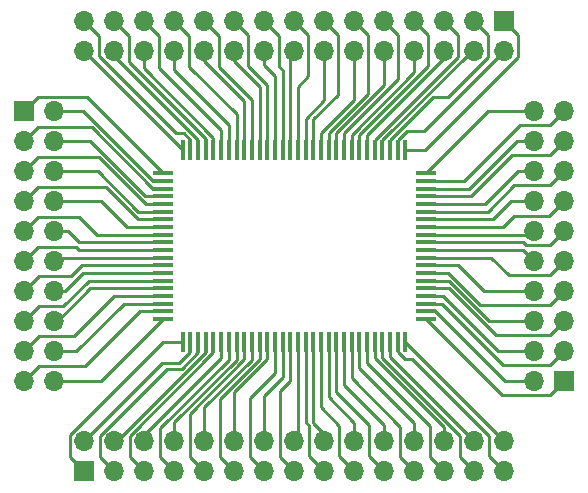
<source format=gbr>
%TF.GenerationSoftware,KiCad,Pcbnew,(6.0.11)*%
%TF.CreationDate,2024-01-13T12:12:07-05:00*%
%TF.ProjectId,PQFP-100-Adapter,50514650-2d31-4303-902d-416461707465,rev?*%
%TF.SameCoordinates,Original*%
%TF.FileFunction,Copper,L1,Top*%
%TF.FilePolarity,Positive*%
%FSLAX46Y46*%
G04 Gerber Fmt 4.6, Leading zero omitted, Abs format (unit mm)*
G04 Created by KiCad (PCBNEW (6.0.11)) date 2024-01-13 12:12:07*
%MOMM*%
%LPD*%
G01*
G04 APERTURE LIST*
G04 Aperture macros list*
%AMRoundRect*
0 Rectangle with rounded corners*
0 $1 Rounding radius*
0 $2 $3 $4 $5 $6 $7 $8 $9 X,Y pos of 4 corners*
0 Add a 4 corners polygon primitive as box body*
4,1,4,$2,$3,$4,$5,$6,$7,$8,$9,$2,$3,0*
0 Add four circle primitives for the rounded corners*
1,1,$1+$1,$2,$3*
1,1,$1+$1,$4,$5*
1,1,$1+$1,$6,$7*
1,1,$1+$1,$8,$9*
0 Add four rect primitives between the rounded corners*
20,1,$1+$1,$2,$3,$4,$5,0*
20,1,$1+$1,$4,$5,$6,$7,0*
20,1,$1+$1,$6,$7,$8,$9,0*
20,1,$1+$1,$8,$9,$2,$3,0*%
G04 Aperture macros list end*
%TA.AperFunction,ComponentPad*%
%ADD10R,1.700000X1.700000*%
%TD*%
%TA.AperFunction,ComponentPad*%
%ADD11O,1.700000X1.700000*%
%TD*%
%TA.AperFunction,SMDPad,CuDef*%
%ADD12RoundRect,0.100000X0.100000X-0.775000X0.100000X0.775000X-0.100000X0.775000X-0.100000X-0.775000X0*%
%TD*%
%TA.AperFunction,SMDPad,CuDef*%
%ADD13RoundRect,0.100000X0.775000X-0.100000X0.775000X0.100000X-0.775000X0.100000X-0.775000X-0.100000X0*%
%TD*%
%TA.AperFunction,Conductor*%
%ADD14C,0.250000*%
%TD*%
G04 APERTURE END LIST*
D10*
%TO.P,J3,1,Pin_1*%
%TO.N,Net-(J3-Pad1)*%
X170180000Y-78740000D03*
D11*
%TO.P,J3,2,Pin_2*%
%TO.N,Net-(J3-Pad2)*%
X170180000Y-81280000D03*
%TO.P,J3,3,Pin_3*%
%TO.N,Net-(J3-Pad3)*%
X167640000Y-78740000D03*
%TO.P,J3,4,Pin_4*%
%TO.N,Net-(J3-Pad4)*%
X167640000Y-81280000D03*
%TO.P,J3,5,Pin_5*%
%TO.N,Net-(J3-Pad5)*%
X165100000Y-78740000D03*
%TO.P,J3,6,Pin_6*%
%TO.N,Net-(J3-Pad6)*%
X165100000Y-81280000D03*
%TO.P,J3,7,Pin_7*%
%TO.N,Net-(J3-Pad7)*%
X162560000Y-78740000D03*
%TO.P,J3,8,Pin_8*%
%TO.N,Net-(J3-Pad8)*%
X162560000Y-81280000D03*
%TO.P,J3,9,Pin_9*%
%TO.N,Net-(J3-Pad9)*%
X160020000Y-78740000D03*
%TO.P,J3,10,Pin_10*%
%TO.N,Net-(J3-Pad10)*%
X160020000Y-81280000D03*
%TO.P,J3,11,Pin_11*%
%TO.N,Net-(J3-Pad11)*%
X157480000Y-78740000D03*
%TO.P,J3,12,Pin_12*%
%TO.N,Net-(J3-Pad12)*%
X157480000Y-81280000D03*
%TO.P,J3,13,Pin_13*%
%TO.N,Net-(J3-Pad13)*%
X154940000Y-78740000D03*
%TO.P,J3,14,Pin_14*%
%TO.N,Net-(J3-Pad14)*%
X154940000Y-81280000D03*
%TO.P,J3,15,Pin_15*%
%TO.N,Net-(J3-Pad15)*%
X152400000Y-78740000D03*
%TO.P,J3,16,Pin_16*%
%TO.N,Net-(J3-Pad16)*%
X152400000Y-81280000D03*
%TO.P,J3,17,Pin_17*%
%TO.N,Net-(J3-Pad17)*%
X149860000Y-78740000D03*
%TO.P,J3,18,Pin_18*%
%TO.N,Net-(J3-Pad18)*%
X149860000Y-81280000D03*
%TO.P,J3,19,Pin_19*%
%TO.N,Net-(J3-Pad19)*%
X147320000Y-78740000D03*
%TO.P,J3,20,Pin_20*%
%TO.N,Net-(J3-Pad20)*%
X147320000Y-81280000D03*
%TO.P,J3,21,Pin_21*%
%TO.N,Net-(J3-Pad21)*%
X144780000Y-78740000D03*
%TO.P,J3,22,Pin_22*%
%TO.N,Net-(J3-Pad22)*%
X144780000Y-81280000D03*
%TO.P,J3,23,Pin_23*%
%TO.N,Net-(J3-Pad23)*%
X142240000Y-78740000D03*
%TO.P,J3,24,Pin_24*%
%TO.N,Net-(J3-Pad24)*%
X142240000Y-81280000D03*
%TO.P,J3,25,Pin_25*%
%TO.N,Net-(J3-Pad25)*%
X139700000Y-78740000D03*
%TO.P,J3,26,Pin_26*%
%TO.N,Net-(J3-Pad26)*%
X139700000Y-81280000D03*
%TO.P,J3,27,Pin_27*%
%TO.N,Net-(J3-Pad27)*%
X137160000Y-78740000D03*
%TO.P,J3,28,Pin_28*%
%TO.N,Net-(J3-Pad28)*%
X137160000Y-81280000D03*
%TO.P,J3,29,Pin_29*%
%TO.N,Net-(J3-Pad29)*%
X134620000Y-78740000D03*
%TO.P,J3,30,Pin_30*%
%TO.N,Net-(J3-Pad30)*%
X134620000Y-81280000D03*
%TD*%
D10*
%TO.P,J2,1,Pin_1*%
%TO.N,Net-(J2-Pad1)*%
X175260000Y-109220000D03*
D11*
%TO.P,J2,2,Pin_2*%
%TO.N,Net-(J2-Pad2)*%
X172720000Y-109220000D03*
%TO.P,J2,3,Pin_3*%
%TO.N,Net-(J2-Pad3)*%
X175260000Y-106680000D03*
%TO.P,J2,4,Pin_4*%
%TO.N,Net-(J2-Pad4)*%
X172720000Y-106680000D03*
%TO.P,J2,5,Pin_5*%
%TO.N,Net-(J2-Pad5)*%
X175260000Y-104140000D03*
%TO.P,J2,6,Pin_6*%
%TO.N,Net-(J2-Pad6)*%
X172720000Y-104140000D03*
%TO.P,J2,7,Pin_7*%
%TO.N,Net-(J2-Pad7)*%
X175260000Y-101600000D03*
%TO.P,J2,8,Pin_8*%
%TO.N,Net-(J2-Pad8)*%
X172720000Y-101600000D03*
%TO.P,J2,9,Pin_9*%
%TO.N,Net-(J2-Pad9)*%
X175260000Y-99060000D03*
%TO.P,J2,10,Pin_10*%
%TO.N,Net-(J2-Pad10)*%
X172720000Y-99060000D03*
%TO.P,J2,11,Pin_11*%
%TO.N,Net-(J2-Pad11)*%
X175260000Y-96520000D03*
%TO.P,J2,12,Pin_12*%
%TO.N,Net-(J2-Pad12)*%
X172720000Y-96520000D03*
%TO.P,J2,13,Pin_13*%
%TO.N,Net-(J2-Pad13)*%
X175260000Y-93980000D03*
%TO.P,J2,14,Pin_14*%
%TO.N,Net-(J2-Pad14)*%
X172720000Y-93980000D03*
%TO.P,J2,15,Pin_15*%
%TO.N,Net-(J2-Pad15)*%
X175260000Y-91440000D03*
%TO.P,J2,16,Pin_16*%
%TO.N,Net-(J2-Pad16)*%
X172720000Y-91440000D03*
%TO.P,J2,17,Pin_17*%
%TO.N,Net-(J2-Pad17)*%
X175260000Y-88900000D03*
%TO.P,J2,18,Pin_18*%
%TO.N,Net-(J2-Pad18)*%
X172720000Y-88900000D03*
%TO.P,J2,19,Pin_19*%
%TO.N,Net-(J2-Pad19)*%
X175260000Y-86360000D03*
%TO.P,J2,20,Pin_20*%
%TO.N,Net-(J2-Pad20)*%
X172720000Y-86360000D03*
%TD*%
D10*
%TO.P,J4,1,Pin_1*%
%TO.N,Net-(J4-Pad1)*%
X129535000Y-86365000D03*
D11*
%TO.P,J4,2,Pin_2*%
%TO.N,Net-(J4-Pad2)*%
X132075000Y-86365000D03*
%TO.P,J4,3,Pin_3*%
%TO.N,Net-(J4-Pad3)*%
X129535000Y-88905000D03*
%TO.P,J4,4,Pin_4*%
%TO.N,Net-(J4-Pad4)*%
X132075000Y-88905000D03*
%TO.P,J4,5,Pin_5*%
%TO.N,Net-(J4-Pad5)*%
X129535000Y-91445000D03*
%TO.P,J4,6,Pin_6*%
%TO.N,Net-(J4-Pad6)*%
X132075000Y-91445000D03*
%TO.P,J4,7,Pin_7*%
%TO.N,Net-(J4-Pad7)*%
X129535000Y-93985000D03*
%TO.P,J4,8,Pin_8*%
%TO.N,Net-(J4-Pad8)*%
X132075000Y-93985000D03*
%TO.P,J4,9,Pin_9*%
%TO.N,Net-(J4-Pad9)*%
X129535000Y-96525000D03*
%TO.P,J4,10,Pin_10*%
%TO.N,Net-(J4-Pad10)*%
X132075000Y-96525000D03*
%TO.P,J4,11,Pin_11*%
%TO.N,Net-(J4-Pad11)*%
X129535000Y-99065000D03*
%TO.P,J4,12,Pin_12*%
%TO.N,Net-(J4-Pad12)*%
X132075000Y-99065000D03*
%TO.P,J4,13,Pin_13*%
%TO.N,Net-(J4-Pad13)*%
X129535000Y-101605000D03*
%TO.P,J4,14,Pin_14*%
%TO.N,Net-(J4-Pad14)*%
X132075000Y-101605000D03*
%TO.P,J4,15,Pin_15*%
%TO.N,Net-(J4-Pad15)*%
X129535000Y-104145000D03*
%TO.P,J4,16,Pin_16*%
%TO.N,Net-(J4-Pad16)*%
X132075000Y-104145000D03*
%TO.P,J4,17,Pin_17*%
%TO.N,Net-(J4-Pad17)*%
X129535000Y-106685000D03*
%TO.P,J4,18,Pin_18*%
%TO.N,Net-(J4-Pad18)*%
X132075000Y-106685000D03*
%TO.P,J4,19,Pin_19*%
%TO.N,Net-(J4-Pad19)*%
X129535000Y-109225000D03*
%TO.P,J4,20,Pin_20*%
%TO.N,Net-(J4-Pad20)*%
X132075000Y-109225000D03*
%TD*%
D10*
%TO.P,J1,1,Pin_1*%
%TO.N,Net-(J1-Pad1)*%
X134625000Y-116845000D03*
D11*
%TO.P,J1,2,Pin_2*%
%TO.N,Net-(J1-Pad2)*%
X134625000Y-114305000D03*
%TO.P,J1,3,Pin_3*%
%TO.N,Net-(J1-Pad3)*%
X137165000Y-116845000D03*
%TO.P,J1,4,Pin_4*%
%TO.N,Net-(J1-Pad4)*%
X137165000Y-114305000D03*
%TO.P,J1,5,Pin_5*%
%TO.N,Net-(J1-Pad5)*%
X139705000Y-116845000D03*
%TO.P,J1,6,Pin_6*%
%TO.N,Net-(J1-Pad6)*%
X139705000Y-114305000D03*
%TO.P,J1,7,Pin_7*%
%TO.N,Net-(J1-Pad7)*%
X142245000Y-116845000D03*
%TO.P,J1,8,Pin_8*%
%TO.N,Net-(J1-Pad8)*%
X142245000Y-114305000D03*
%TO.P,J1,9,Pin_9*%
%TO.N,Net-(J1-Pad9)*%
X144785000Y-116845000D03*
%TO.P,J1,10,Pin_10*%
%TO.N,Net-(J1-Pad10)*%
X144785000Y-114305000D03*
%TO.P,J1,11,Pin_11*%
%TO.N,Net-(J1-Pad11)*%
X147325000Y-116845000D03*
%TO.P,J1,12,Pin_12*%
%TO.N,Net-(J1-Pad12)*%
X147325000Y-114305000D03*
%TO.P,J1,13,Pin_13*%
%TO.N,Net-(J1-Pad13)*%
X149865000Y-116845000D03*
%TO.P,J1,14,Pin_14*%
%TO.N,Net-(J1-Pad14)*%
X149865000Y-114305000D03*
%TO.P,J1,15,Pin_15*%
%TO.N,Net-(J1-Pad15)*%
X152405000Y-116845000D03*
%TO.P,J1,16,Pin_16*%
%TO.N,Net-(J1-Pad16)*%
X152405000Y-114305000D03*
%TO.P,J1,17,Pin_17*%
%TO.N,Net-(J1-Pad17)*%
X154945000Y-116845000D03*
%TO.P,J1,18,Pin_18*%
%TO.N,Net-(J1-Pad18)*%
X154945000Y-114305000D03*
%TO.P,J1,19,Pin_19*%
%TO.N,Net-(J1-Pad19)*%
X157485000Y-116845000D03*
%TO.P,J1,20,Pin_20*%
%TO.N,Net-(J1-Pad20)*%
X157485000Y-114305000D03*
%TO.P,J1,21,Pin_21*%
%TO.N,Net-(J1-Pad21)*%
X160025000Y-116845000D03*
%TO.P,J1,22,Pin_22*%
%TO.N,Net-(J1-Pad22)*%
X160025000Y-114305000D03*
%TO.P,J1,23,Pin_23*%
%TO.N,Net-(J1-Pad23)*%
X162565000Y-116845000D03*
%TO.P,J1,24,Pin_24*%
%TO.N,Net-(J1-Pad24)*%
X162565000Y-114305000D03*
%TO.P,J1,25,Pin_25*%
%TO.N,Net-(J1-Pad25)*%
X165105000Y-116845000D03*
%TO.P,J1,26,Pin_26*%
%TO.N,Net-(J1-Pad26)*%
X165105000Y-114305000D03*
%TO.P,J1,27,Pin_27*%
%TO.N,Net-(J1-Pad27)*%
X167645000Y-116845000D03*
%TO.P,J1,28,Pin_28*%
%TO.N,Net-(J1-Pad28)*%
X167645000Y-114305000D03*
%TO.P,J1,29,Pin_29*%
%TO.N,Net-(J1-Pad29)*%
X170185000Y-116845000D03*
%TO.P,J1,30,Pin_30*%
%TO.N,Net-(J1-Pad30)*%
X170185000Y-114305000D03*
%TD*%
D12*
%TO.P,U1,1,1*%
%TO.N,Net-(J1-Pad1)*%
X142975000Y-105915000D03*
%TO.P,U1,2,2*%
%TO.N,Net-(J1-Pad2)*%
X143625000Y-105915000D03*
%TO.P,U1,3,3*%
%TO.N,Net-(J1-Pad3)*%
X144275000Y-105915000D03*
%TO.P,U1,4,4*%
%TO.N,Net-(J1-Pad4)*%
X144925000Y-105915000D03*
%TO.P,U1,5,5*%
%TO.N,Net-(J1-Pad5)*%
X145575000Y-105915000D03*
%TO.P,U1,6,6*%
%TO.N,Net-(J1-Pad6)*%
X146225000Y-105915000D03*
%TO.P,U1,7,7*%
%TO.N,Net-(J1-Pad7)*%
X146875000Y-105915000D03*
%TO.P,U1,8,8*%
%TO.N,Net-(J1-Pad8)*%
X147525000Y-105915000D03*
%TO.P,U1,9,9*%
%TO.N,Net-(J1-Pad9)*%
X148175000Y-105915000D03*
%TO.P,U1,10,10*%
%TO.N,Net-(J1-Pad10)*%
X148825000Y-105915000D03*
%TO.P,U1,11,11*%
%TO.N,Net-(J1-Pad11)*%
X149475000Y-105915000D03*
%TO.P,U1,12,12*%
%TO.N,Net-(J1-Pad12)*%
X150125000Y-105915000D03*
%TO.P,U1,13,13*%
%TO.N,Net-(J1-Pad13)*%
X150775000Y-105915000D03*
%TO.P,U1,14,14*%
%TO.N,Net-(J1-Pad14)*%
X151425000Y-105915000D03*
%TO.P,U1,15,15*%
%TO.N,Net-(J1-Pad15)*%
X152075000Y-105915000D03*
%TO.P,U1,16,16*%
%TO.N,Net-(J1-Pad16)*%
X152725000Y-105915000D03*
%TO.P,U1,17,17*%
%TO.N,Net-(J1-Pad17)*%
X153375000Y-105915000D03*
%TO.P,U1,18,18*%
%TO.N,Net-(J1-Pad18)*%
X154025000Y-105915000D03*
%TO.P,U1,19,19*%
%TO.N,Net-(J1-Pad19)*%
X154675000Y-105915000D03*
%TO.P,U1,20,20*%
%TO.N,Net-(J1-Pad20)*%
X155325000Y-105915000D03*
%TO.P,U1,21,21*%
%TO.N,Net-(J1-Pad21)*%
X155975000Y-105915000D03*
%TO.P,U1,22,22*%
%TO.N,Net-(J1-Pad22)*%
X156625000Y-105915000D03*
%TO.P,U1,23,23*%
%TO.N,Net-(J1-Pad23)*%
X157275000Y-105915000D03*
%TO.P,U1,24,24*%
%TO.N,Net-(J1-Pad24)*%
X157925000Y-105915000D03*
%TO.P,U1,25,25*%
%TO.N,Net-(J1-Pad25)*%
X158575000Y-105915000D03*
%TO.P,U1,26,26*%
%TO.N,Net-(J1-Pad26)*%
X159225000Y-105915000D03*
%TO.P,U1,27,27*%
%TO.N,Net-(J1-Pad27)*%
X159875000Y-105915000D03*
%TO.P,U1,28,28*%
%TO.N,Net-(J1-Pad28)*%
X160525000Y-105915000D03*
%TO.P,U1,29,29*%
%TO.N,Net-(J1-Pad29)*%
X161175000Y-105915000D03*
%TO.P,U1,30,30*%
%TO.N,Net-(J1-Pad30)*%
X161825000Y-105915000D03*
D13*
%TO.P,U1,31,31*%
%TO.N,Net-(J2-Pad1)*%
X163525000Y-103965000D03*
%TO.P,U1,32,32*%
%TO.N,Net-(J2-Pad2)*%
X163525000Y-103315000D03*
%TO.P,U1,33,33*%
%TO.N,Net-(J2-Pad3)*%
X163525000Y-102665000D03*
%TO.P,U1,34,34*%
%TO.N,Net-(J2-Pad4)*%
X163525000Y-102015000D03*
%TO.P,U1,35,35*%
%TO.N,Net-(J2-Pad5)*%
X163525000Y-101365000D03*
%TO.P,U1,36,36*%
%TO.N,Net-(J2-Pad6)*%
X163525000Y-100715000D03*
%TO.P,U1,37,37*%
%TO.N,Net-(J2-Pad7)*%
X163525000Y-100065000D03*
%TO.P,U1,38,38*%
%TO.N,Net-(J2-Pad8)*%
X163525000Y-99415000D03*
%TO.P,U1,39,39*%
%TO.N,Net-(J2-Pad9)*%
X163525000Y-98765000D03*
%TO.P,U1,40,40*%
%TO.N,Net-(J2-Pad10)*%
X163525000Y-98115000D03*
%TO.P,U1,41,41*%
%TO.N,Net-(J2-Pad11)*%
X163525000Y-97465000D03*
%TO.P,U1,42,42*%
%TO.N,Net-(J2-Pad12)*%
X163525000Y-96815000D03*
%TO.P,U1,43,43*%
%TO.N,Net-(J2-Pad13)*%
X163525000Y-96165000D03*
%TO.P,U1,44,44*%
%TO.N,Net-(J2-Pad14)*%
X163525000Y-95515000D03*
%TO.P,U1,45,45*%
%TO.N,Net-(J2-Pad15)*%
X163525000Y-94865000D03*
%TO.P,U1,46,46*%
%TO.N,Net-(J2-Pad16)*%
X163525000Y-94215000D03*
%TO.P,U1,47,47*%
%TO.N,Net-(J2-Pad17)*%
X163525000Y-93565000D03*
%TO.P,U1,48,48*%
%TO.N,Net-(J2-Pad18)*%
X163525000Y-92915000D03*
%TO.P,U1,49,49*%
%TO.N,Net-(J2-Pad19)*%
X163525000Y-92265000D03*
%TO.P,U1,50,50*%
%TO.N,Net-(J2-Pad20)*%
X163525000Y-91615000D03*
D12*
%TO.P,U1,51,51*%
%TO.N,Net-(J3-Pad1)*%
X161825000Y-89665000D03*
%TO.P,U1,52,52*%
%TO.N,Net-(J3-Pad2)*%
X161175000Y-89665000D03*
%TO.P,U1,53,53*%
%TO.N,Net-(J3-Pad3)*%
X160525000Y-89665000D03*
%TO.P,U1,54,54*%
%TO.N,Net-(J3-Pad4)*%
X159875000Y-89665000D03*
%TO.P,U1,55,55*%
%TO.N,Net-(J3-Pad5)*%
X159225000Y-89665000D03*
%TO.P,U1,56,56*%
%TO.N,Net-(J3-Pad6)*%
X158575000Y-89665000D03*
%TO.P,U1,57,57*%
%TO.N,Net-(J3-Pad7)*%
X157925000Y-89665000D03*
%TO.P,U1,58,58*%
%TO.N,Net-(J3-Pad8)*%
X157275000Y-89665000D03*
%TO.P,U1,59,59*%
%TO.N,Net-(J3-Pad9)*%
X156625000Y-89665000D03*
%TO.P,U1,60,60*%
%TO.N,Net-(J3-Pad10)*%
X155975000Y-89665000D03*
%TO.P,U1,61,61*%
%TO.N,Net-(J3-Pad11)*%
X155325000Y-89665000D03*
%TO.P,U1,62,62*%
%TO.N,Net-(J3-Pad12)*%
X154675000Y-89665000D03*
%TO.P,U1,63,63*%
%TO.N,Net-(J3-Pad13)*%
X154025000Y-89665000D03*
%TO.P,U1,64,64*%
%TO.N,Net-(J3-Pad14)*%
X153375000Y-89665000D03*
%TO.P,U1,65,65*%
%TO.N,Net-(J3-Pad15)*%
X152725000Y-89665000D03*
%TO.P,U1,66,66*%
%TO.N,Net-(J3-Pad16)*%
X152075000Y-89665000D03*
%TO.P,U1,67,67*%
%TO.N,Net-(J3-Pad17)*%
X151425000Y-89665000D03*
%TO.P,U1,68,68*%
%TO.N,Net-(J3-Pad18)*%
X150775000Y-89665000D03*
%TO.P,U1,69,69*%
%TO.N,Net-(J3-Pad19)*%
X150125000Y-89665000D03*
%TO.P,U1,70,70*%
%TO.N,Net-(J3-Pad20)*%
X149475000Y-89665000D03*
%TO.P,U1,71,71*%
%TO.N,Net-(J3-Pad21)*%
X148825000Y-89665000D03*
%TO.P,U1,72,72*%
%TO.N,Net-(J3-Pad22)*%
X148175000Y-89665000D03*
%TO.P,U1,73,73*%
%TO.N,Net-(J3-Pad23)*%
X147525000Y-89665000D03*
%TO.P,U1,74,74*%
%TO.N,Net-(J3-Pad24)*%
X146875000Y-89665000D03*
%TO.P,U1,75,75*%
%TO.N,Net-(J3-Pad25)*%
X146225000Y-89665000D03*
%TO.P,U1,76,76*%
%TO.N,Net-(J3-Pad26)*%
X145575000Y-89665000D03*
%TO.P,U1,77,77*%
%TO.N,Net-(J3-Pad27)*%
X144925000Y-89665000D03*
%TO.P,U1,78,78*%
%TO.N,Net-(J3-Pad28)*%
X144275000Y-89665000D03*
%TO.P,U1,79,79*%
%TO.N,Net-(J3-Pad29)*%
X143625000Y-89665000D03*
%TO.P,U1,80,80*%
%TO.N,Net-(J3-Pad30)*%
X142975000Y-89665000D03*
D13*
%TO.P,U1,81,81*%
%TO.N,Net-(J4-Pad1)*%
X141275000Y-91615000D03*
%TO.P,U1,82,82*%
%TO.N,Net-(J4-Pad2)*%
X141275000Y-92265000D03*
%TO.P,U1,83,83*%
%TO.N,Net-(J4-Pad3)*%
X141275000Y-92915000D03*
%TO.P,U1,84,84*%
%TO.N,Net-(J4-Pad4)*%
X141275000Y-93565000D03*
%TO.P,U1,85,84*%
%TO.N,Net-(J4-Pad5)*%
X141275000Y-94215000D03*
%TO.P,U1,86,86*%
%TO.N,Net-(J4-Pad6)*%
X141275000Y-94865000D03*
%TO.P,U1,87,87*%
%TO.N,Net-(J4-Pad7)*%
X141275000Y-95515000D03*
%TO.P,U1,88,88*%
%TO.N,Net-(J4-Pad8)*%
X141275000Y-96165000D03*
%TO.P,U1,89,89*%
%TO.N,Net-(J4-Pad9)*%
X141275000Y-96815000D03*
%TO.P,U1,90,90*%
%TO.N,Net-(J4-Pad10)*%
X141275000Y-97465000D03*
%TO.P,U1,91,91*%
%TO.N,Net-(J4-Pad11)*%
X141275000Y-98115000D03*
%TO.P,U1,92,92*%
%TO.N,Net-(J4-Pad12)*%
X141275000Y-98765000D03*
%TO.P,U1,93,93*%
%TO.N,Net-(J4-Pad13)*%
X141275000Y-99415000D03*
%TO.P,U1,94,94*%
%TO.N,Net-(J4-Pad14)*%
X141275000Y-100065000D03*
%TO.P,U1,95,95*%
%TO.N,Net-(J4-Pad15)*%
X141275000Y-100715000D03*
%TO.P,U1,96,96*%
%TO.N,Net-(J4-Pad16)*%
X141275000Y-101365000D03*
%TO.P,U1,97,97*%
%TO.N,Net-(J4-Pad17)*%
X141275000Y-102015000D03*
%TO.P,U1,98,98*%
%TO.N,Net-(J4-Pad18)*%
X141275000Y-102665000D03*
%TO.P,U1,99,99*%
%TO.N,Net-(J4-Pad19)*%
X141275000Y-103315000D03*
%TO.P,U1,100,100*%
%TO.N,Net-(J4-Pad20)*%
X141275000Y-103965000D03*
%TD*%
D14*
%TO.N,Net-(J1-Pad1)*%
X141285000Y-105915000D02*
X133431000Y-113769000D01*
X133431000Y-113769000D02*
X133431000Y-115651000D01*
X133431000Y-115651000D02*
X134625000Y-116845000D01*
X142975000Y-105915000D02*
X141285000Y-105915000D01*
%TO.N,Net-(J1-Pad2)*%
X143625000Y-106748900D02*
X142656400Y-107717500D01*
X141212500Y-107717500D02*
X134625000Y-114305000D01*
X142656400Y-107717500D02*
X141212500Y-107717500D01*
X143625000Y-105915000D02*
X143625000Y-106748900D01*
%TO.N,Net-(J1-Pad3)*%
X135974400Y-115654400D02*
X137165000Y-116845000D01*
X142869000Y-108167900D02*
X141635700Y-108167900D01*
X141635700Y-108167900D02*
X135974400Y-113829200D01*
X144275000Y-106761900D02*
X142869000Y-108167900D01*
X144275000Y-105915000D02*
X144275000Y-106761900D01*
X135974400Y-113829200D02*
X135974400Y-115654400D01*
%TO.N,Net-(J1-Pad4)*%
X137368800Y-114305000D02*
X137165000Y-114305000D01*
X144925000Y-105915000D02*
X144925000Y-106748800D01*
X144925000Y-106748800D02*
X137368800Y-114305000D01*
%TO.N,Net-(J1-Pad5)*%
X138514400Y-115654400D02*
X139705000Y-116845000D01*
X145575000Y-106772600D02*
X138514400Y-113833200D01*
X138514400Y-113833200D02*
X138514400Y-115654400D01*
X145575000Y-105915000D02*
X145575000Y-106772600D01*
%TO.N,Net-(J1-Pad6)*%
X146225000Y-105915000D02*
X146225000Y-107254500D01*
X146225000Y-107254500D02*
X139705000Y-113774500D01*
X139705000Y-113774500D02*
X139705000Y-114305000D01*
%TO.N,Net-(J1-Pad7)*%
X146875000Y-105915000D02*
X146875000Y-107401700D01*
X141054400Y-115654400D02*
X142245000Y-116845000D01*
X146875000Y-107401700D02*
X141054400Y-113222300D01*
X141054400Y-113222300D02*
X141054400Y-115654400D01*
%TO.N,Net-(J1-Pad8)*%
X147525000Y-105915000D02*
X147525000Y-107398900D01*
X147525000Y-107398900D02*
X142245000Y-112678900D01*
X142245000Y-112678900D02*
X142245000Y-114305000D01*
%TO.N,Net-(J1-Pad9)*%
X143594400Y-115654400D02*
X144785000Y-116845000D01*
X143594400Y-111966400D02*
X143594400Y-115654400D01*
X148175000Y-107385800D02*
X143594400Y-111966400D01*
X148175000Y-105915000D02*
X148175000Y-107385800D01*
%TO.N,Net-(J1-Pad10)*%
X144785000Y-111432200D02*
X148825000Y-107392200D01*
X144785000Y-114305000D02*
X144785000Y-111432200D01*
X148825000Y-107392200D02*
X148825000Y-105915000D01*
%TO.N,Net-(J1-Pad11)*%
X146149700Y-110704600D02*
X149475000Y-107379300D01*
X147325000Y-116845000D02*
X146149700Y-115669700D01*
X146149700Y-115669700D02*
X146149700Y-110704600D01*
X149475000Y-107379300D02*
X149475000Y-105915000D01*
%TO.N,Net-(J1-Pad12)*%
X147325000Y-110179300D02*
X150125000Y-107379300D01*
X147325000Y-114305000D02*
X147325000Y-110179300D01*
X150125000Y-107379300D02*
X150125000Y-105915000D01*
%TO.N,Net-(J1-Pad13)*%
X148689700Y-110628000D02*
X150775000Y-108542700D01*
X149865000Y-116845000D02*
X148689700Y-115669700D01*
X148689700Y-115669700D02*
X148689700Y-110628000D01*
X150775000Y-108542700D02*
X150775000Y-105915000D01*
%TO.N,Net-(J1-Pad14)*%
X151425000Y-108903000D02*
X149865000Y-110463000D01*
X151425000Y-105915000D02*
X151425000Y-108903000D01*
X149865000Y-110463000D02*
X149865000Y-114305000D01*
%TO.N,Net-(J1-Pad15)*%
X152075000Y-109208200D02*
X152075000Y-105915000D01*
X152405000Y-116845000D02*
X151229700Y-115669700D01*
X151229700Y-110053500D02*
X152075000Y-109208200D01*
X151229700Y-115669700D02*
X151229700Y-110053500D01*
%TO.N,Net-(J1-Pad16)*%
X152405000Y-114305000D02*
X152725000Y-113985000D01*
X152725000Y-113985000D02*
X152725000Y-105915000D01*
%TO.N,Net-(J1-Pad17)*%
X153375000Y-112720900D02*
X153675000Y-113020900D01*
X153375000Y-105915000D02*
X153375000Y-112720900D01*
X153675000Y-115575000D02*
X154945000Y-116845000D01*
X153675000Y-113020900D02*
X153675000Y-115575000D01*
%TO.N,Net-(J1-Pad18)*%
X154025000Y-105915000D02*
X154025000Y-112734000D01*
X154945000Y-113654000D02*
X154945000Y-114305000D01*
X154025000Y-112734000D02*
X154945000Y-113654000D01*
%TO.N,Net-(J1-Pad19)*%
X154675000Y-111439300D02*
X156215000Y-112979300D01*
X156215000Y-115575000D02*
X157485000Y-116845000D01*
X154675000Y-105915000D02*
X154675000Y-111439300D01*
X156215000Y-112979300D02*
X156215000Y-115575000D01*
%TO.N,Net-(J1-Pad20)*%
X155325000Y-110594000D02*
X157485000Y-112754000D01*
X155325000Y-105915000D02*
X155325000Y-110594000D01*
X157485000Y-112754000D02*
X157485000Y-114305000D01*
%TO.N,Net-(J1-Pad21)*%
X155975000Y-105915000D02*
X155975000Y-110122300D01*
X158755000Y-112902300D02*
X158755000Y-115575000D01*
X155975000Y-110122300D02*
X158755000Y-112902300D01*
X158755000Y-115575000D02*
X160025000Y-116845000D01*
%TO.N,Net-(J1-Pad22)*%
X160025000Y-112975600D02*
X156625000Y-109575600D01*
X156625000Y-109575600D02*
X156625000Y-105915000D01*
X160025000Y-114305000D02*
X160025000Y-112975600D01*
%TO.N,Net-(J1-Pad23)*%
X161389700Y-113066500D02*
X157275000Y-108951800D01*
X161389700Y-115669700D02*
X161389700Y-113066500D01*
X162565000Y-116845000D02*
X161389700Y-115669700D01*
X157275000Y-108951800D02*
X157275000Y-105915000D01*
%TO.N,Net-(J1-Pad24)*%
X157925000Y-108110300D02*
X162565000Y-112750300D01*
X162565000Y-112750300D02*
X162565000Y-114305000D01*
X157925000Y-105915000D02*
X157925000Y-108110300D01*
%TO.N,Net-(J1-Pad25)*%
X163929700Y-112997300D02*
X158575000Y-107642600D01*
X165105000Y-116845000D02*
X163929700Y-115669700D01*
X158575000Y-107642600D02*
X158575000Y-105915000D01*
X163929700Y-115669700D02*
X163929700Y-112997300D01*
%TO.N,Net-(J1-Pad26)*%
X165105000Y-113129700D02*
X159225000Y-107249700D01*
X165105000Y-114305000D02*
X165105000Y-113129700D01*
X159225000Y-107249700D02*
X159225000Y-105915000D01*
%TO.N,Net-(J1-Pad27)*%
X159875000Y-107227800D02*
X159875000Y-105915000D01*
X166469700Y-115669700D02*
X166469700Y-113822500D01*
X167645000Y-116845000D02*
X166469700Y-115669700D01*
X166469700Y-113822500D02*
X159875000Y-107227800D01*
%TO.N,Net-(J1-Pad28)*%
X167645000Y-114305000D02*
X160525000Y-107185000D01*
X160525000Y-107185000D02*
X160525000Y-105915000D01*
%TO.N,Net-(J1-Pad29)*%
X162404500Y-107348500D02*
X168915000Y-113859000D01*
X168915000Y-113859000D02*
X168915000Y-115575000D01*
X161753300Y-107348500D02*
X162404500Y-107348500D01*
X161175000Y-106770200D02*
X161753300Y-107348500D01*
X161175000Y-105915000D02*
X161175000Y-106770200D01*
X168915000Y-115575000D02*
X170185000Y-116845000D01*
%TO.N,Net-(J1-Pad30)*%
X161825000Y-105915000D02*
X170185000Y-114275000D01*
X170185000Y-114275000D02*
X170185000Y-114305000D01*
%TO.N,Net-(J2-Pad2)*%
X164352200Y-103315000D02*
X170257200Y-109220000D01*
X163525000Y-103315000D02*
X164352200Y-103315000D01*
X170257200Y-109220000D02*
X172720000Y-109220000D01*
%TO.N,Net-(J2-Pad3)*%
X175260000Y-106680000D02*
X174084700Y-107855300D01*
X170069600Y-107855300D02*
X164879300Y-102665000D01*
X174084700Y-107855300D02*
X170069600Y-107855300D01*
X164879300Y-102665000D02*
X163525000Y-102665000D01*
%TO.N,Net-(J2-Pad4)*%
X172720000Y-106680000D02*
X169654600Y-106680000D01*
X164989600Y-102015000D02*
X163525000Y-102015000D01*
X169654600Y-106680000D02*
X164989600Y-102015000D01*
%TO.N,Net-(J2-Pad5)*%
X165490100Y-101365000D02*
X163525000Y-101365000D01*
X175260000Y-104140000D02*
X174055300Y-105344700D01*
X169469800Y-105344700D02*
X165490100Y-101365000D01*
X174055300Y-105344700D02*
X169469800Y-105344700D01*
%TO.N,Net-(J2-Pad6)*%
X168902000Y-104140000D02*
X165477000Y-100715000D01*
X172720000Y-104140000D02*
X168902000Y-104140000D01*
X165477000Y-100715000D02*
X163525000Y-100715000D01*
%TO.N,Net-(J2-Pad7)*%
X175260000Y-101600000D02*
X174084700Y-102775300D01*
X165463900Y-100065000D02*
X163525000Y-100065000D01*
X168174200Y-102775300D02*
X165463900Y-100065000D01*
X174084700Y-102775300D02*
X168174200Y-102775300D01*
%TO.N,Net-(J2-Pad8)*%
X172720000Y-101600000D02*
X168501200Y-101600000D01*
X168501200Y-101600000D02*
X166316200Y-99415000D01*
X166316200Y-99415000D02*
X163525000Y-99415000D01*
%TO.N,Net-(J2-Pad9)*%
X163525000Y-98765000D02*
X169082000Y-98765000D01*
X174069400Y-100250600D02*
X175260000Y-99060000D01*
X170567600Y-100250600D02*
X174069400Y-100250600D01*
X169082000Y-98765000D02*
X170567600Y-100250600D01*
%TO.N,Net-(J2-Pad10)*%
X171775000Y-98115000D02*
X172720000Y-99060000D01*
X163525000Y-98115000D02*
X171775000Y-98115000D01*
%TO.N,Net-(J2-Pad11)*%
X174071300Y-97708700D02*
X175260000Y-96520000D01*
X163525000Y-97465000D02*
X171761900Y-97465000D01*
X171761900Y-97465000D02*
X172005600Y-97708700D01*
X172005600Y-97708700D02*
X174071300Y-97708700D01*
%TO.N,Net-(J2-Pad12)*%
X172720000Y-96520000D02*
X172425000Y-96815000D01*
X172425000Y-96815000D02*
X163525000Y-96815000D01*
%TO.N,Net-(J2-Pad13)*%
X171002700Y-95250000D02*
X173990000Y-95250000D01*
X173990000Y-95250000D02*
X175260000Y-93980000D01*
X170087700Y-96165000D02*
X171002700Y-95250000D01*
X163525000Y-96165000D02*
X170087700Y-96165000D01*
%TO.N,Net-(J2-Pad14)*%
X170761300Y-93980000D02*
X172720000Y-93980000D01*
X169226300Y-95515000D02*
X170761300Y-93980000D01*
X163525000Y-95515000D02*
X169226300Y-95515000D01*
%TO.N,Net-(J2-Pad15)*%
X174084700Y-92615300D02*
X171038800Y-92615300D01*
X175260000Y-91440000D02*
X174084700Y-92615300D01*
X171038800Y-92615300D02*
X168789100Y-94865000D01*
X168789100Y-94865000D02*
X163525000Y-94865000D01*
%TO.N,Net-(J2-Pad16)*%
X168553400Y-94215000D02*
X171328400Y-91440000D01*
X163525000Y-94215000D02*
X168553400Y-94215000D01*
X171328400Y-91440000D02*
X172720000Y-91440000D01*
%TO.N,Net-(J2-Pad17)*%
X167362700Y-93565000D02*
X163525000Y-93565000D01*
X174084700Y-90075300D02*
X170852400Y-90075300D01*
X175260000Y-88900000D02*
X174084700Y-90075300D01*
X170852400Y-90075300D02*
X167362700Y-93565000D01*
%TO.N,Net-(J2-Pad18)*%
X163525000Y-92915000D02*
X167220200Y-92915000D01*
X171235200Y-88900000D02*
X172720000Y-88900000D01*
X167220200Y-92915000D02*
X171235200Y-88900000D01*
%TO.N,Net-(J2-Pad19)*%
X166759600Y-92265000D02*
X163525000Y-92265000D01*
X174084700Y-87535300D02*
X171489300Y-87535300D01*
X171489300Y-87535300D02*
X166759600Y-92265000D01*
X175260000Y-86360000D02*
X174084700Y-87535300D01*
%TO.N,Net-(J2-Pad20)*%
X168780000Y-86360000D02*
X163525000Y-91615000D01*
X172720000Y-86360000D02*
X168780000Y-86360000D01*
%TO.N,Net-(J3-Pad1)*%
X163523400Y-89665000D02*
X171374000Y-81814400D01*
X161825000Y-89665000D02*
X163523400Y-89665000D01*
X171374000Y-81814400D02*
X171374000Y-79934000D01*
X171374000Y-79934000D02*
X170180000Y-78740000D01*
%TO.N,Net-(J3-Pad2)*%
X163435800Y-88024200D02*
X170180000Y-81280000D01*
X161175000Y-89665000D02*
X161175000Y-88831100D01*
X161175000Y-88831100D02*
X161981900Y-88024200D01*
X161981900Y-88024200D02*
X163435800Y-88024200D01*
%TO.N,Net-(J3-Pad3)*%
X164164400Y-85173900D02*
X165412500Y-85173900D01*
X168830600Y-81755800D02*
X168830600Y-79930600D01*
X168830600Y-79930600D02*
X167640000Y-78740000D01*
X165412500Y-85173900D02*
X168830600Y-81755800D01*
X160525000Y-89665000D02*
X160525000Y-88813300D01*
X160525000Y-88813300D02*
X164164400Y-85173900D01*
%TO.N,Net-(J3-Pad4)*%
X167421400Y-81280000D02*
X167640000Y-81280000D01*
X159875000Y-88826400D02*
X167421400Y-81280000D01*
X159875000Y-89665000D02*
X159875000Y-88826400D01*
%TO.N,Net-(J3-Pad5)*%
X159225000Y-89665000D02*
X159225000Y-88817400D01*
X166290600Y-81751800D02*
X166290600Y-79930600D01*
X159225000Y-88817400D02*
X166290600Y-81751800D01*
X166290600Y-79930600D02*
X165100000Y-78740000D01*
%TO.N,Net-(J3-Pad6)*%
X158575000Y-88351600D02*
X165100000Y-81826600D01*
X158575000Y-89665000D02*
X158575000Y-88351600D01*
X165100000Y-81826600D02*
X165100000Y-81280000D01*
%TO.N,Net-(J3-Pad7)*%
X157925000Y-88364700D02*
X163750600Y-82539100D01*
X157925000Y-89665000D02*
X157925000Y-88364700D01*
X163750600Y-82539100D02*
X163750600Y-79930600D01*
X163750600Y-79930600D02*
X162560000Y-78740000D01*
%TO.N,Net-(J3-Pad8)*%
X157275000Y-89665000D02*
X157275000Y-88349100D01*
X162560000Y-83064100D02*
X162560000Y-81280000D01*
X157275000Y-88349100D02*
X162560000Y-83064100D01*
%TO.N,Net-(J3-Pad9)*%
X156625000Y-88227200D02*
X156625000Y-89665000D01*
X161195300Y-79915300D02*
X161195300Y-83656900D01*
X160020000Y-78740000D02*
X161195300Y-79915300D01*
X161195300Y-83656900D02*
X156625000Y-88227200D01*
%TO.N,Net-(J3-Pad10)*%
X160020000Y-81280000D02*
X160020000Y-84182100D01*
X155975000Y-88227100D02*
X155975000Y-89665000D01*
X160020000Y-84182100D02*
X155975000Y-88227100D01*
%TO.N,Net-(J3-Pad11)*%
X158655300Y-79915300D02*
X158655300Y-84870400D01*
X157480000Y-78740000D02*
X158655300Y-79915300D01*
X158655300Y-84870400D02*
X155325000Y-88200700D01*
X155325000Y-88200700D02*
X155325000Y-89665000D01*
%TO.N,Net-(J3-Pad12)*%
X154675000Y-88200700D02*
X154675000Y-89665000D01*
X157480000Y-85395700D02*
X154675000Y-88200700D01*
X157480000Y-81280000D02*
X157480000Y-85395700D01*
%TO.N,Net-(J3-Pad13)*%
X154940000Y-78740000D02*
X156115300Y-79915300D01*
X156115300Y-79915300D02*
X156115300Y-84952600D01*
X154025000Y-87042900D02*
X154025000Y-89665000D01*
X156115300Y-84952600D02*
X154025000Y-87042900D01*
%TO.N,Net-(J3-Pad14)*%
X154940000Y-85436200D02*
X153375000Y-87001200D01*
X154940000Y-81280000D02*
X154940000Y-85436200D01*
X153375000Y-87001200D02*
X153375000Y-89665000D01*
%TO.N,Net-(J3-Pad15)*%
X153610900Y-79950900D02*
X152400000Y-78740000D01*
X153610900Y-83391300D02*
X153610900Y-79950900D01*
X152725000Y-84277200D02*
X153610900Y-83391300D01*
X152725000Y-89665000D02*
X152725000Y-84277200D01*
%TO.N,Net-(J3-Pad16)*%
X152400000Y-81280000D02*
X152075000Y-81605000D01*
X152075000Y-81605000D02*
X152075000Y-89665000D01*
%TO.N,Net-(J3-Pad17)*%
X151425000Y-82900700D02*
X151130000Y-82605700D01*
X151425000Y-89665000D02*
X151425000Y-82900700D01*
X151130000Y-82605700D02*
X151130000Y-80010000D01*
X151130000Y-80010000D02*
X149860000Y-78740000D01*
%TO.N,Net-(J3-Pad18)*%
X149860000Y-81280000D02*
X149860000Y-82455300D01*
X149860000Y-82455300D02*
X150775000Y-83370300D01*
X150775000Y-83370300D02*
X150775000Y-89665000D01*
%TO.N,Net-(J3-Pad19)*%
X150125000Y-84176700D02*
X150125000Y-89665000D01*
X147320000Y-78740000D02*
X148517800Y-79937800D01*
X148517800Y-79937800D02*
X148517800Y-82569500D01*
X148517800Y-82569500D02*
X150125000Y-84176700D01*
%TO.N,Net-(J3-Pad20)*%
X147320000Y-81280000D02*
X147320000Y-82154800D01*
X149475000Y-84309800D02*
X149475000Y-89665000D01*
X147320000Y-82154800D02*
X149475000Y-84309800D01*
%TO.N,Net-(J3-Pad21)*%
X146050000Y-82605600D02*
X146050000Y-80010000D01*
X146050000Y-80010000D02*
X144780000Y-78740000D01*
X148825000Y-85380600D02*
X146050000Y-82605600D01*
X148825000Y-89665000D02*
X148825000Y-85380600D01*
%TO.N,Net-(J3-Pad22)*%
X148175000Y-89665000D02*
X148175000Y-85468100D01*
X144780000Y-82073100D02*
X144780000Y-81280000D01*
X148175000Y-85468100D02*
X144780000Y-82073100D01*
%TO.N,Net-(J3-Pad23)*%
X147525000Y-86620600D02*
X143510000Y-82605600D01*
X143510000Y-82605600D02*
X143510000Y-80010000D01*
X147525000Y-89665000D02*
X147525000Y-86620600D01*
X143510000Y-80010000D02*
X142240000Y-78740000D01*
%TO.N,Net-(J3-Pad24)*%
X142240000Y-82885100D02*
X142240000Y-81280000D01*
X146875000Y-87520100D02*
X142240000Y-82885100D01*
X146875000Y-89665000D02*
X146875000Y-87520100D01*
%TO.N,Net-(J3-Pad25)*%
X139700000Y-78740000D02*
X140970000Y-80010000D01*
X146225000Y-87969000D02*
X146225000Y-89665000D01*
X140970000Y-80010000D02*
X140970000Y-82714000D01*
X140970000Y-82714000D02*
X146225000Y-87969000D01*
%TO.N,Net-(J3-Pad26)*%
X145575000Y-88592900D02*
X145575000Y-89665000D01*
X139700000Y-82717900D02*
X145575000Y-88592900D01*
X139700000Y-81280000D02*
X139700000Y-82717900D01*
%TO.N,Net-(J3-Pad27)*%
X144925000Y-89665000D02*
X144925000Y-88700600D01*
X138430000Y-80010000D02*
X137160000Y-78740000D01*
X144925000Y-88700600D02*
X138430000Y-82205600D01*
X138430000Y-82205600D02*
X138430000Y-80010000D01*
%TO.N,Net-(J3-Pad28)*%
X144275000Y-89665000D02*
X144275000Y-88770200D01*
X144275000Y-88770200D02*
X137160000Y-81655200D01*
X137160000Y-81655200D02*
X137160000Y-81280000D01*
%TO.N,Net-(J3-Pad29)*%
X143059100Y-88231500D02*
X142398600Y-88231500D01*
X143625000Y-88797400D02*
X143059100Y-88231500D01*
X142398600Y-88231500D02*
X135890000Y-81722900D01*
X143625000Y-89665000D02*
X143625000Y-88797400D01*
X135890000Y-80010000D02*
X134620000Y-78740000D01*
X135890000Y-81722900D02*
X135890000Y-80010000D01*
%TO.N,Net-(J3-Pad30)*%
X134620000Y-81310000D02*
X134620000Y-81280000D01*
X142975000Y-89665000D02*
X134620000Y-81310000D01*
%TO.N,Net-(J4-Pad1)*%
X141275000Y-91615000D02*
X134843300Y-85183300D01*
X134843300Y-85183300D02*
X130716700Y-85183300D01*
X130716700Y-85183300D02*
X129535000Y-86365000D01*
%TO.N,Net-(J4-Pad2)*%
X134547900Y-86365000D02*
X140447900Y-92265000D01*
X140447900Y-92265000D02*
X141275000Y-92265000D01*
X132075000Y-86365000D02*
X134547900Y-86365000D01*
%TO.N,Net-(J4-Pad3)*%
X135247200Y-87714400D02*
X140447800Y-92915000D01*
X130725600Y-87714400D02*
X135247200Y-87714400D01*
X129535000Y-88905000D02*
X130725600Y-87714400D01*
X140447800Y-92915000D02*
X141275000Y-92915000D01*
%TO.N,Net-(J4-Pad4)*%
X135150600Y-88905000D02*
X139810600Y-93565000D01*
X132075000Y-88905000D02*
X135150600Y-88905000D01*
X139810600Y-93565000D02*
X141275000Y-93565000D01*
%TO.N,Net-(J4-Pad5)*%
X129535000Y-91445000D02*
X130725600Y-90254400D01*
X135862900Y-90254400D02*
X139823500Y-94215000D01*
X130725600Y-90254400D02*
X135862900Y-90254400D01*
X139823500Y-94215000D02*
X141275000Y-94215000D01*
%TO.N,Net-(J4-Pad6)*%
X132075000Y-91445000D02*
X135779900Y-91445000D01*
X139199900Y-94865000D02*
X141275000Y-94865000D01*
X135779900Y-91445000D02*
X139199900Y-94865000D01*
%TO.N,Net-(J4-Pad7)*%
X139213000Y-95515000D02*
X141275000Y-95515000D01*
X129535000Y-93985000D02*
X130725600Y-92794400D01*
X130725600Y-92794400D02*
X136492400Y-92794400D01*
X136492400Y-92794400D02*
X139213000Y-95515000D01*
%TO.N,Net-(J4-Pad8)*%
X136034400Y-93985000D02*
X138214400Y-96165000D01*
X132075000Y-93985000D02*
X136034400Y-93985000D01*
X138214400Y-96165000D02*
X141275000Y-96165000D01*
%TO.N,Net-(J4-Pad9)*%
X135709400Y-96815000D02*
X134228800Y-95334400D01*
X141275000Y-96815000D02*
X135709400Y-96815000D01*
X130725600Y-95334400D02*
X129535000Y-96525000D01*
X134228800Y-95334400D02*
X130725600Y-95334400D01*
%TO.N,Net-(J4-Pad10)*%
X133264000Y-96525000D02*
X132075000Y-96525000D01*
X134204000Y-97465000D02*
X133264000Y-96525000D01*
X141275000Y-97465000D02*
X134204000Y-97465000D01*
%TO.N,Net-(J4-Pad11)*%
X134203400Y-98115000D02*
X133963400Y-97875000D01*
X130725000Y-97875000D02*
X129535000Y-99065000D01*
X141275000Y-98115000D02*
X134203400Y-98115000D01*
X133963400Y-97875000D02*
X130725000Y-97875000D01*
%TO.N,Net-(J4-Pad12)*%
X141275000Y-98765000D02*
X132375000Y-98765000D01*
X132375000Y-98765000D02*
X132075000Y-99065000D01*
%TO.N,Net-(J4-Pad13)*%
X129535000Y-101605000D02*
X130805000Y-100335000D01*
X134445200Y-99415000D02*
X141275000Y-99415000D01*
X130805000Y-100335000D02*
X133525200Y-100335000D01*
X133525200Y-100335000D02*
X134445200Y-99415000D01*
%TO.N,Net-(J4-Pad14)*%
X132978100Y-101605000D02*
X132075000Y-101605000D01*
X141275000Y-100065000D02*
X134518100Y-100065000D01*
X134518100Y-100065000D02*
X132978100Y-101605000D01*
%TO.N,Net-(J4-Pad15)*%
X141275000Y-100715000D02*
X135025200Y-100715000D01*
X132865200Y-102875000D02*
X130805000Y-102875000D01*
X130805000Y-102875000D02*
X129535000Y-104145000D01*
X135025200Y-100715000D02*
X132865200Y-102875000D01*
%TO.N,Net-(J4-Pad16)*%
X135158900Y-101365000D02*
X132378900Y-104145000D01*
X132378900Y-104145000D02*
X132075000Y-104145000D01*
X141275000Y-101365000D02*
X135158900Y-101365000D01*
%TO.N,Net-(J4-Pad17)*%
X130805000Y-105415000D02*
X133784700Y-105415000D01*
X133784700Y-105415000D02*
X137184700Y-102015000D01*
X129535000Y-106685000D02*
X130805000Y-105415000D01*
X137184700Y-102015000D02*
X141275000Y-102015000D01*
%TO.N,Net-(J4-Pad18)*%
X133953200Y-106685000D02*
X132075000Y-106685000D01*
X137973200Y-102665000D02*
X133953200Y-106685000D01*
X141275000Y-102665000D02*
X137973200Y-102665000D01*
%TO.N,Net-(J4-Pad19)*%
X134691900Y-107955000D02*
X139331900Y-103315000D01*
X139331900Y-103315000D02*
X141275000Y-103315000D01*
X129535000Y-109225000D02*
X130805000Y-107955000D01*
X130805000Y-107955000D02*
X134691900Y-107955000D01*
%TO.N,Net-(J4-Pad20)*%
X141275000Y-103965000D02*
X136015000Y-109225000D01*
X136015000Y-109225000D02*
X132075000Y-109225000D01*
%TO.N,Net-(J2-Pad1)*%
X169960700Y-110400700D02*
X174079300Y-110400700D01*
X174079300Y-110400700D02*
X175260000Y-109220000D01*
X163525000Y-103965000D02*
X169960700Y-110400700D01*
%TD*%
M02*

</source>
